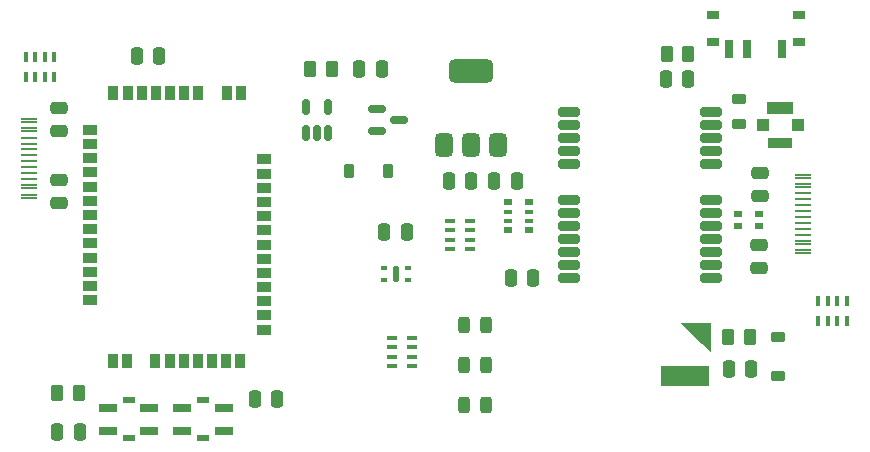
<source format=gbr>
%TF.GenerationSoftware,KiCad,Pcbnew,8.0.0*%
%TF.CreationDate,2024-06-26T14:25:48-05:00*%
%TF.ProjectId,CyberTastic,43796265-7254-4617-9374-69632e6b6963,rev?*%
%TF.SameCoordinates,Original*%
%TF.FileFunction,Paste,Top*%
%TF.FilePolarity,Positive*%
%FSLAX46Y46*%
G04 Gerber Fmt 4.6, Leading zero omitted, Abs format (unit mm)*
G04 Created by KiCad (PCBNEW 8.0.0) date 2024-06-26 14:25:48*
%MOMM*%
%LPD*%
G01*
G04 APERTURE LIST*
G04 Aperture macros list*
%AMRoundRect*
0 Rectangle with rounded corners*
0 $1 Rounding radius*
0 $2 $3 $4 $5 $6 $7 $8 $9 X,Y pos of 4 corners*
0 Add a 4 corners polygon primitive as box body*
4,1,4,$2,$3,$4,$5,$6,$7,$8,$9,$2,$3,0*
0 Add four circle primitives for the rounded corners*
1,1,$1+$1,$2,$3*
1,1,$1+$1,$4,$5*
1,1,$1+$1,$6,$7*
1,1,$1+$1,$8,$9*
0 Add four rect primitives between the rounded corners*
20,1,$1+$1,$2,$3,$4,$5,0*
20,1,$1+$1,$4,$5,$6,$7,0*
20,1,$1+$1,$6,$7,$8,$9,0*
20,1,$1+$1,$8,$9,$2,$3,0*%
G04 Aperture macros list end*
%ADD10C,0.000100*%
%ADD11R,1.300000X0.900000*%
%ADD12R,0.900000X1.300000*%
%ADD13RoundRect,0.375000X0.375000X-0.625000X0.375000X0.625000X-0.375000X0.625000X-0.375000X-0.625000X0*%
%ADD14RoundRect,0.500000X1.400000X-0.500000X1.400000X0.500000X-1.400000X0.500000X-1.400000X-0.500000X0*%
%ADD15R,0.800000X0.500000*%
%ADD16R,0.800000X0.400000*%
%ADD17R,1.400000X0.250000*%
%ADD18R,0.400000X0.900000*%
%ADD19R,1.000000X0.800000*%
%ADD20R,0.700000X1.500000*%
%ADD21R,1.000000X0.500000*%
%ADD22R,1.500000X0.800000*%
%ADD23RoundRect,0.250000X0.250000X0.475000X-0.250000X0.475000X-0.250000X-0.475000X0.250000X-0.475000X0*%
%ADD24RoundRect,0.250000X0.262500X0.450000X-0.262500X0.450000X-0.262500X-0.450000X0.262500X-0.450000X0*%
%ADD25RoundRect,0.243750X0.243750X0.456250X-0.243750X0.456250X-0.243750X-0.456250X0.243750X-0.456250X0*%
%ADD26RoundRect,0.087500X-0.187500X-0.087500X0.187500X-0.087500X0.187500X0.087500X-0.187500X0.087500X0*%
%ADD27RoundRect,0.125000X-0.125000X-0.575000X0.125000X-0.575000X0.125000X0.575000X-0.125000X0.575000X0*%
%ADD28RoundRect,0.087500X0.187500X0.087500X-0.187500X0.087500X-0.187500X-0.087500X0.187500X-0.087500X0*%
%ADD29RoundRect,0.250000X-0.262500X-0.450000X0.262500X-0.450000X0.262500X0.450000X-0.262500X0.450000X0*%
%ADD30RoundRect,0.218750X0.381250X-0.218750X0.381250X0.218750X-0.381250X0.218750X-0.381250X-0.218750X0*%
%ADD31R,0.900000X0.400000*%
%ADD32R,4.100000X1.700000*%
%ADD33RoundRect,0.250000X0.475000X-0.250000X0.475000X0.250000X-0.475000X0.250000X-0.475000X-0.250000X0*%
%ADD34R,1.000000X1.000000*%
%ADD35R,2.200000X1.050000*%
%ADD36R,1.995600X0.847900*%
%ADD37RoundRect,0.225000X0.225000X0.375000X-0.225000X0.375000X-0.225000X-0.375000X0.225000X-0.375000X0*%
%ADD38RoundRect,0.150000X-0.587500X-0.150000X0.587500X-0.150000X0.587500X0.150000X-0.587500X0.150000X0*%
%ADD39RoundRect,0.250000X-0.250000X-0.475000X0.250000X-0.475000X0.250000X0.475000X-0.250000X0.475000X0*%
%ADD40RoundRect,0.250000X-0.475000X0.250000X-0.475000X-0.250000X0.475000X-0.250000X0.475000X0.250000X0*%
%ADD41RoundRect,0.200000X0.700000X0.200000X-0.700000X0.200000X-0.700000X-0.200000X0.700000X-0.200000X0*%
%ADD42RoundRect,0.150000X0.150000X-0.512500X0.150000X0.512500X-0.150000X0.512500X-0.150000X-0.512500X0*%
%ADD43RoundRect,0.225000X-0.375000X0.225000X-0.375000X-0.225000X0.375000X-0.225000X0.375000X0.225000X0*%
G04 APERTURE END LIST*
D10*
%TO.C,BT2*%
X177800000Y-145700000D02*
X175400000Y-143300000D01*
X177800000Y-143300000D01*
X177800000Y-145700000D01*
G36*
X177800000Y-145700000D02*
G01*
X175400000Y-143300000D01*
X177800000Y-143300000D01*
X177800000Y-145700000D01*
G37*
%TD*%
D11*
%TO.C,U1*%
X125315000Y-126995000D03*
X125315000Y-128195000D03*
X125315000Y-129395000D03*
X125315000Y-130595000D03*
X125315000Y-131795000D03*
X125315000Y-132995000D03*
X125315000Y-134195000D03*
X125315000Y-135395000D03*
X125315000Y-136595000D03*
X125315000Y-137795000D03*
X125315000Y-138995000D03*
X125315000Y-140195000D03*
X125315000Y-141395000D03*
D12*
X127275000Y-146565000D03*
X128475000Y-146565000D03*
X130875000Y-146565000D03*
X132075000Y-146565000D03*
X133275000Y-146565000D03*
X134475000Y-146565000D03*
X135675000Y-146565000D03*
X136875000Y-146565000D03*
X138075000Y-146565000D03*
D11*
X140055000Y-143895000D03*
X140055000Y-142695000D03*
X140055000Y-141495000D03*
X140055000Y-140295000D03*
X140055000Y-139095000D03*
X140055000Y-137895000D03*
X140055000Y-136695000D03*
X140055000Y-135495000D03*
X140055000Y-134295000D03*
X140055000Y-133095000D03*
X140055000Y-131895000D03*
X140055000Y-130695000D03*
X140055000Y-129495000D03*
D12*
X138115000Y-123825000D03*
X136915000Y-123825000D03*
X134515000Y-123825000D03*
X133315000Y-123825000D03*
X132115000Y-123825000D03*
X130915000Y-123825000D03*
X129715000Y-123825000D03*
X128515000Y-123825000D03*
X127315000Y-123825000D03*
%TD*%
D13*
%TO.C,U3*%
X155300000Y-128300000D03*
X157600000Y-128300000D03*
D14*
X157600000Y-122000000D03*
D13*
X159900000Y-128300000D03*
%TD*%
D15*
%TO.C,RN3*%
X162500000Y-135500000D03*
D16*
X162500000Y-134700000D03*
X162500000Y-133900000D03*
D15*
X162500000Y-133100000D03*
X160700000Y-133100000D03*
D16*
X160700000Y-133900000D03*
X160700000Y-134700000D03*
D15*
X160700000Y-135500000D03*
%TD*%
D17*
%TO.C,J3*%
X185712500Y-137425000D03*
X185712500Y-136625000D03*
X185712500Y-135350000D03*
X185712500Y-134350000D03*
X185712500Y-133850000D03*
X185712500Y-135850000D03*
X185712500Y-131575000D03*
X185712500Y-130775000D03*
X185712500Y-131025000D03*
X185712500Y-131825000D03*
X185712500Y-132350000D03*
X185712500Y-133350000D03*
X185712500Y-134850000D03*
X185712500Y-132850000D03*
X185712500Y-136375000D03*
X185712500Y-137175000D03*
%TD*%
D18*
%TO.C,RN1*%
X122300000Y-120800000D03*
X121500000Y-120800000D03*
X120700000Y-120800000D03*
X119900000Y-120800000D03*
X119900000Y-122500000D03*
X120700000Y-122500000D03*
X121500000Y-122500000D03*
X122300000Y-122500000D03*
%TD*%
D19*
%TO.C,SW3*%
X185350000Y-119510000D03*
X185350000Y-117300000D03*
X178050000Y-119510000D03*
X178050000Y-117300000D03*
D20*
X183950000Y-120160000D03*
X180950000Y-120160000D03*
X179450000Y-120160000D03*
%TD*%
D21*
%TO.C,SW2*%
X128600000Y-149900000D03*
X128600000Y-153100000D03*
D22*
X126850000Y-150500000D03*
X130350000Y-150500000D03*
X126850000Y-152500000D03*
X130350000Y-152500000D03*
%TD*%
D23*
%TO.C,C10*%
X141200000Y-149800000D03*
X139300000Y-149800000D03*
%TD*%
D17*
%TO.C,J1*%
X120172500Y-126070000D03*
X120172500Y-126870000D03*
X120172500Y-128145000D03*
X120172500Y-129145000D03*
X120172500Y-129645000D03*
X120172500Y-127645000D03*
X120172500Y-131920000D03*
X120172500Y-132720000D03*
X120172500Y-132470000D03*
X120172500Y-131670000D03*
X120172500Y-131145000D03*
X120172500Y-130145000D03*
X120172500Y-128645000D03*
X120172500Y-130645000D03*
X120172500Y-127120000D03*
X120172500Y-126320000D03*
%TD*%
D24*
%TO.C,R3*%
X176000000Y-120600000D03*
X174175000Y-120600000D03*
%TD*%
%TO.C,R2*%
X124400000Y-149300000D03*
X122575000Y-149300000D03*
%TD*%
D25*
%TO.C,D4*%
X158837500Y-150300000D03*
X156962500Y-150300000D03*
%TD*%
D18*
%TO.C,RN4*%
X187000000Y-143200000D03*
X187800000Y-143200000D03*
X188600000Y-143200000D03*
X189400000Y-143200000D03*
X189400000Y-141500000D03*
X188600000Y-141500000D03*
X187800000Y-141500000D03*
X187000000Y-141500000D03*
%TD*%
D23*
%TO.C,C3*%
X150045000Y-121800000D03*
X148145000Y-121800000D03*
%TD*%
D26*
%TO.C,U6*%
X150200000Y-138700000D03*
X150200000Y-139700000D03*
D27*
X151225000Y-139200000D03*
D28*
X152250000Y-138700000D03*
X152250000Y-139700000D03*
%TD*%
D23*
%TO.C,C13*%
X176000000Y-122700000D03*
X174100000Y-122700000D03*
%TD*%
D29*
%TO.C,R4*%
X179375000Y-144500000D03*
X181200000Y-144500000D03*
%TD*%
D30*
%TO.C,L1*%
X180300000Y-126500000D03*
X180300000Y-124375000D03*
%TD*%
D31*
%TO.C,RN6*%
X150900000Y-144600000D03*
X150900000Y-145400000D03*
X150900000Y-146200000D03*
X150900000Y-147000000D03*
X152600000Y-147000000D03*
X152600000Y-146200000D03*
X152600000Y-145400000D03*
X152600000Y-144600000D03*
%TD*%
D32*
%TO.C,BT2*%
X175750000Y-147850000D03*
%TD*%
D33*
%TO.C,C7*%
X182050000Y-132550000D03*
X182050000Y-130650000D03*
%TD*%
D15*
%TO.C,RN2*%
X180200000Y-134100000D03*
X180200000Y-135100000D03*
X182000000Y-135100000D03*
X182000000Y-134100000D03*
%TD*%
D34*
%TO.C,J2*%
X182300000Y-126600000D03*
D35*
X183800000Y-125125000D03*
D34*
X185300000Y-126600000D03*
D36*
X183800000Y-128075000D03*
%TD*%
D21*
%TO.C,SW1*%
X134900000Y-153100000D03*
X134900000Y-149900000D03*
D22*
X136650000Y-152500000D03*
X133150000Y-152500000D03*
X136650000Y-150500000D03*
X133150000Y-150500000D03*
%TD*%
D37*
%TO.C,D1*%
X150600000Y-130500000D03*
X147300000Y-130500000D03*
%TD*%
D33*
%TO.C,C2*%
X122700000Y-127050000D03*
X122700000Y-125150000D03*
%TD*%
D31*
%TO.C,RN5*%
X155800000Y-134700000D03*
X155800000Y-135500000D03*
X155800000Y-136300000D03*
X155800000Y-137100000D03*
X157500000Y-137100000D03*
X157500000Y-136300000D03*
X157500000Y-135500000D03*
X157500000Y-134700000D03*
%TD*%
D38*
%TO.C,Q1*%
X149607500Y-125187500D03*
X149607500Y-127087500D03*
X151482500Y-126137500D03*
%TD*%
D39*
%TO.C,C4*%
X159550000Y-131300000D03*
X161450000Y-131300000D03*
%TD*%
%TO.C,C14*%
X179400000Y-147200000D03*
X181300000Y-147200000D03*
%TD*%
D23*
%TO.C,C5*%
X157600000Y-131300000D03*
X155700000Y-131300000D03*
%TD*%
D25*
%TO.C,D3*%
X158837500Y-146900000D03*
X156962500Y-146900000D03*
%TD*%
D40*
%TO.C,C1*%
X122700000Y-131250000D03*
X122700000Y-133150000D03*
%TD*%
D41*
%TO.C,U4*%
X177900000Y-139500000D03*
X177900000Y-138400000D03*
X177900000Y-137300000D03*
X177900000Y-136200000D03*
X177900000Y-135100000D03*
X177900000Y-134000000D03*
X177900000Y-132900000D03*
X177900000Y-129900000D03*
X177900000Y-128800000D03*
X177900000Y-127700000D03*
X177900000Y-126600000D03*
X177900000Y-125500000D03*
X165900000Y-125500000D03*
X165900000Y-126600000D03*
X165900000Y-127700000D03*
X165900000Y-128800000D03*
X165900000Y-129900000D03*
X165900000Y-132900000D03*
X165900000Y-134000000D03*
X165900000Y-135100000D03*
X165900000Y-136200000D03*
X165900000Y-137300000D03*
X165900000Y-138400000D03*
X165900000Y-139500000D03*
%TD*%
D25*
%TO.C,D2*%
X158837500Y-143500000D03*
X156962500Y-143500000D03*
%TD*%
D23*
%TO.C,C11*%
X152150000Y-135600000D03*
X150250000Y-135600000D03*
%TD*%
D39*
%TO.C,C6*%
X129300000Y-120700000D03*
X131200000Y-120700000D03*
%TD*%
D40*
%TO.C,C8*%
X182000000Y-136750000D03*
X182000000Y-138650000D03*
%TD*%
D42*
%TO.C,U2*%
X143607500Y-127287500D03*
X144557500Y-127287500D03*
X145507500Y-127287500D03*
X145507500Y-125012500D03*
X143607500Y-125012500D03*
%TD*%
D29*
%TO.C,R1*%
X143982500Y-121800000D03*
X145807500Y-121800000D03*
%TD*%
D23*
%TO.C,C9*%
X162850000Y-139500000D03*
X160950000Y-139500000D03*
%TD*%
D39*
%TO.C,C12*%
X122550000Y-152600000D03*
X124450000Y-152600000D03*
%TD*%
D43*
%TO.C,D5*%
X183600000Y-144495000D03*
X183600000Y-147795000D03*
%TD*%
M02*

</source>
